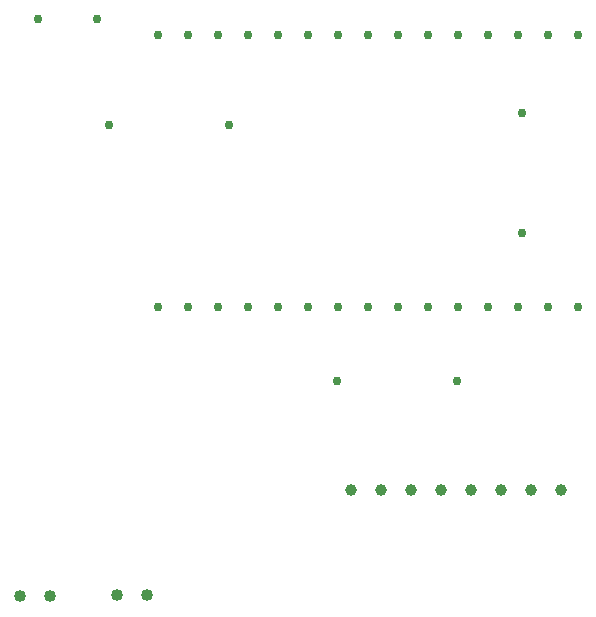
<source format=gbr>
G04 PROTEUS GERBER X2 FILE*
%TF.GenerationSoftware,Labcenter,Proteus,8.5-SP0-Build22067*%
%TF.CreationDate,2018-02-21T14:47:53+00:00*%
%TF.FileFunction,Plated,1,16,PTH*%
%TF.FilePolarity,Positive*%
%TF.Part,Single*%
%FSLAX45Y45*%
%MOMM*%
G01*
%TA.AperFunction,ComponentDrill*%
%ADD16C,0.762000*%
%ADD17C,1.000000*%
%ADD18C,1.016000*%
D16*
X+1869440Y+5435600D03*
X-416560Y+5435600D03*
X+599440Y+7735600D03*
X+3139440Y+7735600D03*
X+1615440Y+7735600D03*
X+345440Y+7735600D03*
X+1615440Y+5435600D03*
X-162560Y+5435600D03*
X-162560Y+7735600D03*
X+853440Y+7735600D03*
X+2377440Y+5435600D03*
X+91440Y+5435600D03*
X+2123440Y+5435600D03*
X+345440Y+5435600D03*
X+2631440Y+5435600D03*
X+2885440Y+5435600D03*
X+2123440Y+7735600D03*
X+2377440Y+7735600D03*
X+1107440Y+5435600D03*
X+853440Y+5435600D03*
X+1361440Y+5435600D03*
X+599440Y+5435600D03*
X+3139440Y+5435600D03*
X+1361440Y+7735600D03*
X+1869440Y+7735600D03*
X+2631440Y+7735600D03*
X+2885440Y+7735600D03*
X+91440Y+7735600D03*
X+1107440Y+7735600D03*
X-416560Y+7735600D03*
D17*
X+1216660Y+3878580D03*
X+1470660Y+3878580D03*
X+1724660Y+3878580D03*
X+1978660Y+3878580D03*
X+2232660Y+3878580D03*
X+2486660Y+3878580D03*
X+2740660Y+3878580D03*
X+2994660Y+3878580D03*
D18*
X-759460Y+2994660D03*
X-505460Y+2994660D03*
D16*
X+2664460Y+7073900D03*
X+2664460Y+6057900D03*
D18*
X-1582420Y+2981960D03*
X-1328420Y+2981960D03*
D16*
X+1097280Y+4803006D03*
X+2113280Y+4803006D03*
X-1430020Y+7866380D03*
X-930020Y+7866380D03*
X-830580Y+6972300D03*
X+185420Y+6972300D03*
M02*

</source>
